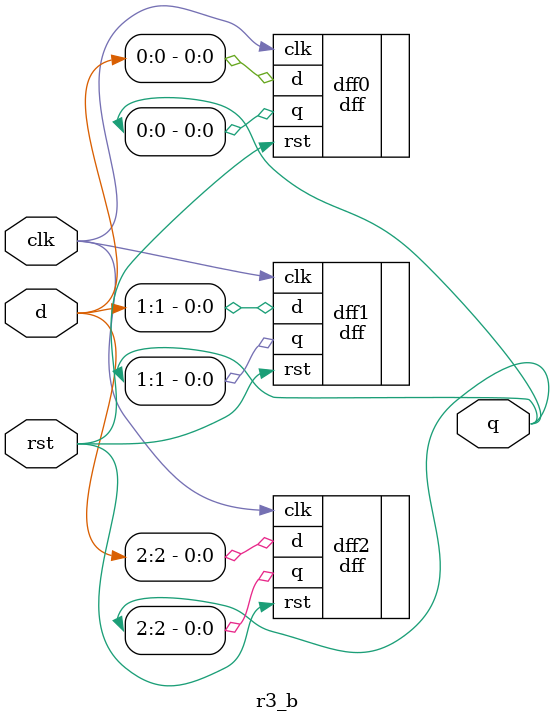
<source format=v>
/* $Author: Garret Huibregtse # */
/* $LastChangedDate: 2019-03-01 18:01 (Fri, 15 March 2019) $ */
/* $Rev: 01 $ */
module r3_b(q, d, clk, rst);
    
    input [2:0] d;
    input clk, rst;
    output [2:0] q;
    
    dff dff0 (.q(q[0]),  .d(d[0]),  .clk(clk), .rst(rst)),
        dff1 (.q(q[1]),  .d(d[1]),  .clk(clk), .rst(rst)),
        dff2 (.q(q[2]),  .d(d[2]),  .clk(clk), .rst(rst));
    

endmodule

</source>
